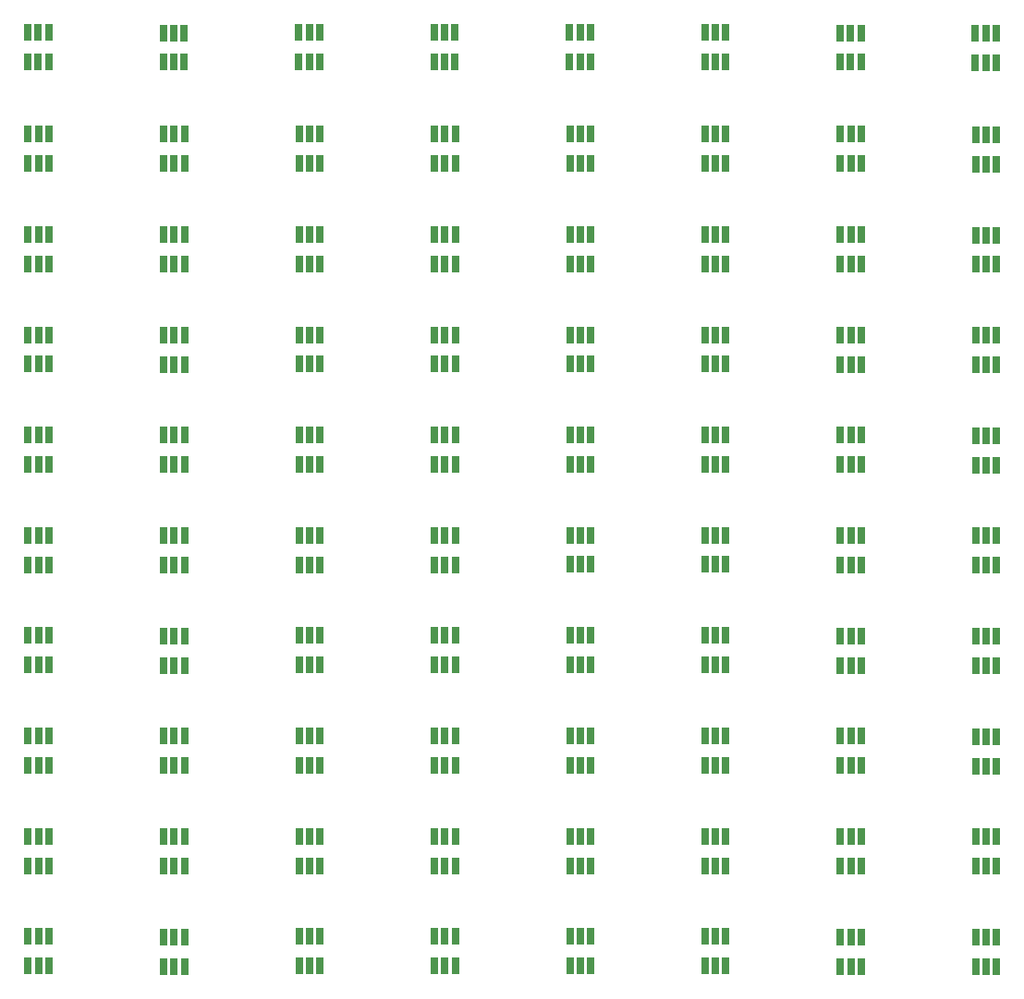
<source format=gbr>
%TF.GenerationSoftware,KiCad,Pcbnew,6.0.11+dfsg-1~bpo11+1*%
%TF.CreationDate,2023-03-06T17:28:23+08:00*%
%TF.ProjectId,sot2dip - panel,736f7432-6469-4702-902d-2070616e656c,rev?*%
%TF.SameCoordinates,Original*%
%TF.FileFunction,Paste,Top*%
%TF.FilePolarity,Positive*%
%FSLAX46Y46*%
G04 Gerber Fmt 4.6, Leading zero omitted, Abs format (unit mm)*
G04 Created by KiCad (PCBNEW 6.0.11+dfsg-1~bpo11+1) date 2023-03-06 17:28:23*
%MOMM*%
%LPD*%
G01*
G04 APERTURE LIST*
%ADD10R,0.650000X1.560000*%
G04 APERTURE END LIST*
D10*
%TO.C,J2*%
X171722000Y-61539000D03*
X172672000Y-61539000D03*
X173622000Y-61539000D03*
X173622000Y-58839000D03*
X172672000Y-58839000D03*
X171722000Y-58839000D03*
%TD*%
%TO.C,J2*%
X109700000Y-61541000D03*
X110650000Y-61541000D03*
X111600000Y-61541000D03*
X111600000Y-58841000D03*
X110650000Y-58841000D03*
X109700000Y-58841000D03*
%TD*%
%TO.C,J2*%
X146944000Y-126041000D03*
X147894000Y-126041000D03*
X148844000Y-126041000D03*
X148844000Y-123341000D03*
X147894000Y-123341000D03*
X146944000Y-123341000D03*
%TD*%
%TO.C,J2*%
X146944000Y-70835000D03*
X147894000Y-70835000D03*
X148844000Y-70835000D03*
X148844000Y-68135000D03*
X147894000Y-68135000D03*
X146944000Y-68135000D03*
%TD*%
%TO.C,J2*%
X159344000Y-98437000D03*
X160294000Y-98437000D03*
X161244000Y-98437000D03*
X161244000Y-95737000D03*
X160294000Y-95737000D03*
X159344000Y-95737000D03*
%TD*%
%TO.C,J2*%
X109722000Y-70835000D03*
X110672000Y-70835000D03*
X111622000Y-70835000D03*
X111622000Y-68135000D03*
X110672000Y-68135000D03*
X109722000Y-68135000D03*
%TD*%
%TO.C,J2*%
X196525000Y-107690000D03*
X197475000Y-107690000D03*
X198425000Y-107690000D03*
X198425000Y-104990000D03*
X197475000Y-104990000D03*
X196525000Y-104990000D03*
%TD*%
%TO.C,J2*%
X122144000Y-116861000D03*
X123094000Y-116861000D03*
X124044000Y-116861000D03*
X124044000Y-114161000D03*
X123094000Y-114161000D03*
X122144000Y-114161000D03*
%TD*%
%TO.C,J2*%
X196525000Y-135302000D03*
X197475000Y-135302000D03*
X198425000Y-135302000D03*
X198425000Y-132602000D03*
X197475000Y-132602000D03*
X196525000Y-132602000D03*
%TD*%
%TO.C,J2*%
X134544000Y-107629000D03*
X135494000Y-107629000D03*
X136444000Y-107629000D03*
X136444000Y-104929000D03*
X135494000Y-104929000D03*
X134544000Y-104929000D03*
%TD*%
%TO.C,J2*%
X196525000Y-80102000D03*
X197475000Y-80102000D03*
X198425000Y-80102000D03*
X198425000Y-77402000D03*
X197475000Y-77402000D03*
X196525000Y-77402000D03*
%TD*%
%TO.C,J2*%
X171744000Y-89249000D03*
X172694000Y-89249000D03*
X173644000Y-89249000D03*
X173644000Y-86549000D03*
X172694000Y-86549000D03*
X171744000Y-86549000D03*
%TD*%
%TO.C,J2*%
X171744000Y-107627000D03*
X172694000Y-107627000D03*
X173644000Y-107627000D03*
X173644000Y-104927000D03*
X172694000Y-104927000D03*
X171744000Y-104927000D03*
%TD*%
%TO.C,J2*%
X109722000Y-107629000D03*
X110672000Y-107629000D03*
X111622000Y-107629000D03*
X111622000Y-104929000D03*
X110672000Y-104929000D03*
X109722000Y-104929000D03*
%TD*%
%TO.C,J2*%
X134544000Y-98439000D03*
X135494000Y-98439000D03*
X136444000Y-98439000D03*
X136444000Y-95739000D03*
X135494000Y-95739000D03*
X134544000Y-95739000D03*
%TD*%
%TO.C,J2*%
X134544000Y-135241000D03*
X135494000Y-135241000D03*
X136444000Y-135241000D03*
X136444000Y-132541000D03*
X135494000Y-132541000D03*
X134544000Y-132541000D03*
%TD*%
%TO.C,J2*%
X184144000Y-107649000D03*
X185094000Y-107649000D03*
X186044000Y-107649000D03*
X186044000Y-104949000D03*
X185094000Y-104949000D03*
X184144000Y-104949000D03*
%TD*%
%TO.C,J2*%
X109722000Y-80041000D03*
X110672000Y-80041000D03*
X111622000Y-80041000D03*
X111622000Y-77341000D03*
X110672000Y-77341000D03*
X109722000Y-77341000D03*
%TD*%
%TO.C,J2*%
X109722000Y-98439000D03*
X110672000Y-98439000D03*
X111622000Y-98439000D03*
X111622000Y-95739000D03*
X110672000Y-95739000D03*
X109722000Y-95739000D03*
%TD*%
%TO.C,J2*%
X184144000Y-126061000D03*
X185094000Y-126061000D03*
X186044000Y-126061000D03*
X186044000Y-123361000D03*
X185094000Y-123361000D03*
X184144000Y-123361000D03*
%TD*%
%TO.C,J2*%
X184144000Y-89271000D03*
X185094000Y-89271000D03*
X186044000Y-89271000D03*
X186044000Y-86571000D03*
X185094000Y-86571000D03*
X184144000Y-86571000D03*
%TD*%
%TO.C,J2*%
X146944000Y-80041000D03*
X147894000Y-80041000D03*
X148844000Y-80041000D03*
X148844000Y-77341000D03*
X147894000Y-77341000D03*
X146944000Y-77341000D03*
%TD*%
%TO.C,J2*%
X159344000Y-107627000D03*
X160294000Y-107627000D03*
X161244000Y-107627000D03*
X161244000Y-104927000D03*
X160294000Y-104927000D03*
X159344000Y-104927000D03*
%TD*%
%TO.C,J2*%
X159344000Y-116839000D03*
X160294000Y-116839000D03*
X161244000Y-116839000D03*
X161244000Y-114139000D03*
X160294000Y-114139000D03*
X159344000Y-114139000D03*
%TD*%
%TO.C,J2*%
X146944000Y-116841000D03*
X147894000Y-116841000D03*
X148844000Y-116841000D03*
X148844000Y-114141000D03*
X147894000Y-114141000D03*
X146944000Y-114141000D03*
%TD*%
%TO.C,J2*%
X171744000Y-80039000D03*
X172694000Y-80039000D03*
X173644000Y-80039000D03*
X173644000Y-77339000D03*
X172694000Y-77339000D03*
X171744000Y-77339000D03*
%TD*%
%TO.C,J2*%
X122144000Y-107649000D03*
X123094000Y-107649000D03*
X124044000Y-107649000D03*
X124044000Y-104949000D03*
X123094000Y-104949000D03*
X122144000Y-104949000D03*
%TD*%
%TO.C,J2*%
X122144000Y-126061000D03*
X123094000Y-126061000D03*
X124044000Y-126061000D03*
X124044000Y-123361000D03*
X123094000Y-123361000D03*
X122144000Y-123361000D03*
%TD*%
%TO.C,J2*%
X171744000Y-70833000D03*
X172694000Y-70833000D03*
X173644000Y-70833000D03*
X173644000Y-68133000D03*
X172694000Y-68133000D03*
X171744000Y-68133000D03*
%TD*%
%TO.C,J2*%
X196525000Y-144502000D03*
X197475000Y-144502000D03*
X198425000Y-144502000D03*
X198425000Y-141802000D03*
X197475000Y-141802000D03*
X196525000Y-141802000D03*
%TD*%
%TO.C,J2*%
X171744000Y-126039000D03*
X172694000Y-126039000D03*
X173644000Y-126039000D03*
X173644000Y-123339000D03*
X172694000Y-123339000D03*
X171744000Y-123339000D03*
%TD*%
%TO.C,J2*%
X196525000Y-70896000D03*
X197475000Y-70896000D03*
X198425000Y-70896000D03*
X198425000Y-68196000D03*
X197475000Y-68196000D03*
X196525000Y-68196000D03*
%TD*%
%TO.C,J2*%
X146944000Y-107629000D03*
X147894000Y-107629000D03*
X148844000Y-107629000D03*
X148844000Y-104929000D03*
X147894000Y-104929000D03*
X146944000Y-104929000D03*
%TD*%
%TO.C,J2*%
X134544000Y-70835000D03*
X135494000Y-70835000D03*
X136444000Y-70835000D03*
X136444000Y-68135000D03*
X135494000Y-68135000D03*
X134544000Y-68135000D03*
%TD*%
%TO.C,J2*%
X184122000Y-61561000D03*
X185072000Y-61561000D03*
X186022000Y-61561000D03*
X186022000Y-58861000D03*
X185072000Y-58861000D03*
X184122000Y-58861000D03*
%TD*%
%TO.C,J2*%
X122144000Y-135261000D03*
X123094000Y-135261000D03*
X124044000Y-135261000D03*
X124044000Y-132561000D03*
X123094000Y-132561000D03*
X122144000Y-132561000D03*
%TD*%
%TO.C,J2*%
X134544000Y-116841000D03*
X135494000Y-116841000D03*
X136444000Y-116841000D03*
X136444000Y-114141000D03*
X135494000Y-114141000D03*
X134544000Y-114141000D03*
%TD*%
%TO.C,J2*%
X109722000Y-89251000D03*
X110672000Y-89251000D03*
X111622000Y-89251000D03*
X111622000Y-86551000D03*
X110672000Y-86551000D03*
X109722000Y-86551000D03*
%TD*%
%TO.C,J2*%
X109722000Y-126041000D03*
X110672000Y-126041000D03*
X111622000Y-126041000D03*
X111622000Y-123341000D03*
X110672000Y-123341000D03*
X109722000Y-123341000D03*
%TD*%
%TO.C,J2*%
X134544000Y-89251000D03*
X135494000Y-89251000D03*
X136444000Y-89251000D03*
X136444000Y-86551000D03*
X135494000Y-86551000D03*
X134544000Y-86551000D03*
%TD*%
%TO.C,J2*%
X159344000Y-126039000D03*
X160294000Y-126039000D03*
X161244000Y-126039000D03*
X161244000Y-123339000D03*
X160294000Y-123339000D03*
X159344000Y-123339000D03*
%TD*%
%TO.C,J2*%
X109722000Y-144441000D03*
X110672000Y-144441000D03*
X111622000Y-144441000D03*
X111622000Y-141741000D03*
X110672000Y-141741000D03*
X109722000Y-141741000D03*
%TD*%
%TO.C,J2*%
X184144000Y-144461000D03*
X185094000Y-144461000D03*
X186044000Y-144461000D03*
X186044000Y-141761000D03*
X185094000Y-141761000D03*
X184144000Y-141761000D03*
%TD*%
%TO.C,J2*%
X196525000Y-89312000D03*
X197475000Y-89312000D03*
X198425000Y-89312000D03*
X198425000Y-86612000D03*
X197475000Y-86612000D03*
X196525000Y-86612000D03*
%TD*%
%TO.C,J2*%
X171744000Y-135239000D03*
X172694000Y-135239000D03*
X173644000Y-135239000D03*
X173644000Y-132539000D03*
X172694000Y-132539000D03*
X171744000Y-132539000D03*
%TD*%
%TO.C,J2*%
X196525000Y-126102000D03*
X197475000Y-126102000D03*
X198425000Y-126102000D03*
X198425000Y-123402000D03*
X197475000Y-123402000D03*
X196525000Y-123402000D03*
%TD*%
%TO.C,J2*%
X159344000Y-144439000D03*
X160294000Y-144439000D03*
X161244000Y-144439000D03*
X161244000Y-141739000D03*
X160294000Y-141739000D03*
X159344000Y-141739000D03*
%TD*%
%TO.C,J2*%
X196525000Y-116902000D03*
X197475000Y-116902000D03*
X198425000Y-116902000D03*
X198425000Y-114202000D03*
X197475000Y-114202000D03*
X196525000Y-114202000D03*
%TD*%
%TO.C,J2*%
X146944000Y-144441000D03*
X147894000Y-144441000D03*
X148844000Y-144441000D03*
X148844000Y-141741000D03*
X147894000Y-141741000D03*
X146944000Y-141741000D03*
%TD*%
%TO.C,J2*%
X184144000Y-98459000D03*
X185094000Y-98459000D03*
X186044000Y-98459000D03*
X186044000Y-95759000D03*
X185094000Y-95759000D03*
X184144000Y-95759000D03*
%TD*%
%TO.C,J2*%
X159344000Y-80039000D03*
X160294000Y-80039000D03*
X161244000Y-80039000D03*
X161244000Y-77339000D03*
X160294000Y-77339000D03*
X159344000Y-77339000D03*
%TD*%
%TO.C,J2*%
X134544000Y-80041000D03*
X135494000Y-80041000D03*
X136444000Y-80041000D03*
X136444000Y-77341000D03*
X135494000Y-77341000D03*
X134544000Y-77341000D03*
%TD*%
%TO.C,J2*%
X134522000Y-61541000D03*
X135472000Y-61541000D03*
X136422000Y-61541000D03*
X136422000Y-58841000D03*
X135472000Y-58841000D03*
X134522000Y-58841000D03*
%TD*%
%TO.C,J2*%
X184144000Y-135261000D03*
X185094000Y-135261000D03*
X186044000Y-135261000D03*
X186044000Y-132561000D03*
X185094000Y-132561000D03*
X184144000Y-132561000D03*
%TD*%
%TO.C,J2*%
X122144000Y-144461000D03*
X123094000Y-144461000D03*
X124044000Y-144461000D03*
X124044000Y-141761000D03*
X123094000Y-141761000D03*
X122144000Y-141761000D03*
%TD*%
%TO.C,J2*%
X122144000Y-80061000D03*
X123094000Y-80061000D03*
X124044000Y-80061000D03*
X124044000Y-77361000D03*
X123094000Y-77361000D03*
X122144000Y-77361000D03*
%TD*%
%TO.C,J2*%
X159344000Y-89249000D03*
X160294000Y-89249000D03*
X161244000Y-89249000D03*
X161244000Y-86549000D03*
X160294000Y-86549000D03*
X159344000Y-86549000D03*
%TD*%
%TO.C,J2*%
X196525000Y-98500000D03*
X197475000Y-98500000D03*
X198425000Y-98500000D03*
X198425000Y-95800000D03*
X197475000Y-95800000D03*
X196525000Y-95800000D03*
%TD*%
%TO.C,J2*%
X184144000Y-70855000D03*
X185094000Y-70855000D03*
X186044000Y-70855000D03*
X186044000Y-68155000D03*
X185094000Y-68155000D03*
X184144000Y-68155000D03*
%TD*%
%TO.C,J2*%
X134544000Y-126041000D03*
X135494000Y-126041000D03*
X136444000Y-126041000D03*
X136444000Y-123341000D03*
X135494000Y-123341000D03*
X134544000Y-123341000D03*
%TD*%
%TO.C,J2*%
X171744000Y-144439000D03*
X172694000Y-144439000D03*
X173644000Y-144439000D03*
X173644000Y-141739000D03*
X172694000Y-141739000D03*
X171744000Y-141739000D03*
%TD*%
%TO.C,J2*%
X171744000Y-98437000D03*
X172694000Y-98437000D03*
X173644000Y-98437000D03*
X173644000Y-95737000D03*
X172694000Y-95737000D03*
X171744000Y-95737000D03*
%TD*%
%TO.C,J2*%
X122144000Y-89271000D03*
X123094000Y-89271000D03*
X124044000Y-89271000D03*
X124044000Y-86571000D03*
X123094000Y-86571000D03*
X122144000Y-86571000D03*
%TD*%
%TO.C,J2*%
X159344000Y-70833000D03*
X160294000Y-70833000D03*
X161244000Y-70833000D03*
X161244000Y-68133000D03*
X160294000Y-68133000D03*
X159344000Y-68133000D03*
%TD*%
%TO.C,J2*%
X196503000Y-61602000D03*
X197453000Y-61602000D03*
X198403000Y-61602000D03*
X198403000Y-58902000D03*
X197453000Y-58902000D03*
X196503000Y-58902000D03*
%TD*%
%TO.C,J2*%
X159322000Y-61539000D03*
X160272000Y-61539000D03*
X161222000Y-61539000D03*
X161222000Y-58839000D03*
X160272000Y-58839000D03*
X159322000Y-58839000D03*
%TD*%
%TO.C,J2*%
X184144000Y-80061000D03*
X185094000Y-80061000D03*
X186044000Y-80061000D03*
X186044000Y-77361000D03*
X185094000Y-77361000D03*
X184144000Y-77361000D03*
%TD*%
%TO.C,J2*%
X159344000Y-135239000D03*
X160294000Y-135239000D03*
X161244000Y-135239000D03*
X161244000Y-132539000D03*
X160294000Y-132539000D03*
X159344000Y-132539000D03*
%TD*%
%TO.C,J2*%
X134544000Y-144441000D03*
X135494000Y-144441000D03*
X136444000Y-144441000D03*
X136444000Y-141741000D03*
X135494000Y-141741000D03*
X134544000Y-141741000D03*
%TD*%
%TO.C,J2*%
X122122000Y-61561000D03*
X123072000Y-61561000D03*
X124022000Y-61561000D03*
X124022000Y-58861000D03*
X123072000Y-58861000D03*
X122122000Y-58861000D03*
%TD*%
%TO.C,J2*%
X146922000Y-61541000D03*
X147872000Y-61541000D03*
X148822000Y-61541000D03*
X148822000Y-58841000D03*
X147872000Y-58841000D03*
X146922000Y-58841000D03*
%TD*%
%TO.C,J2*%
X146944000Y-98439000D03*
X147894000Y-98439000D03*
X148844000Y-98439000D03*
X148844000Y-95739000D03*
X147894000Y-95739000D03*
X146944000Y-95739000D03*
%TD*%
%TO.C,J2*%
X109722000Y-116841000D03*
X110672000Y-116841000D03*
X111622000Y-116841000D03*
X111622000Y-114141000D03*
X110672000Y-114141000D03*
X109722000Y-114141000D03*
%TD*%
%TO.C,J2*%
X146944000Y-89251000D03*
X147894000Y-89251000D03*
X148844000Y-89251000D03*
X148844000Y-86551000D03*
X147894000Y-86551000D03*
X146944000Y-86551000D03*
%TD*%
%TO.C,J2*%
X109722000Y-135241000D03*
X110672000Y-135241000D03*
X111622000Y-135241000D03*
X111622000Y-132541000D03*
X110672000Y-132541000D03*
X109722000Y-132541000D03*
%TD*%
%TO.C,J2*%
X171744000Y-116839000D03*
X172694000Y-116839000D03*
X173644000Y-116839000D03*
X173644000Y-114139000D03*
X172694000Y-114139000D03*
X171744000Y-114139000D03*
%TD*%
%TO.C,J2*%
X184144000Y-116861000D03*
X185094000Y-116861000D03*
X186044000Y-116861000D03*
X186044000Y-114161000D03*
X185094000Y-114161000D03*
X184144000Y-114161000D03*
%TD*%
%TO.C,J2*%
X122144000Y-70855000D03*
X123094000Y-70855000D03*
X124044000Y-70855000D03*
X124044000Y-68155000D03*
X123094000Y-68155000D03*
X122144000Y-68155000D03*
%TD*%
%TO.C,J2*%
X122144000Y-98459000D03*
X123094000Y-98459000D03*
X124044000Y-98459000D03*
X124044000Y-95759000D03*
X123094000Y-95759000D03*
X122144000Y-95759000D03*
%TD*%
%TO.C,J2*%
X146944000Y-135241000D03*
X147894000Y-135241000D03*
X148844000Y-135241000D03*
X148844000Y-132541000D03*
X147894000Y-132541000D03*
X146944000Y-132541000D03*
%TD*%
M02*

</source>
